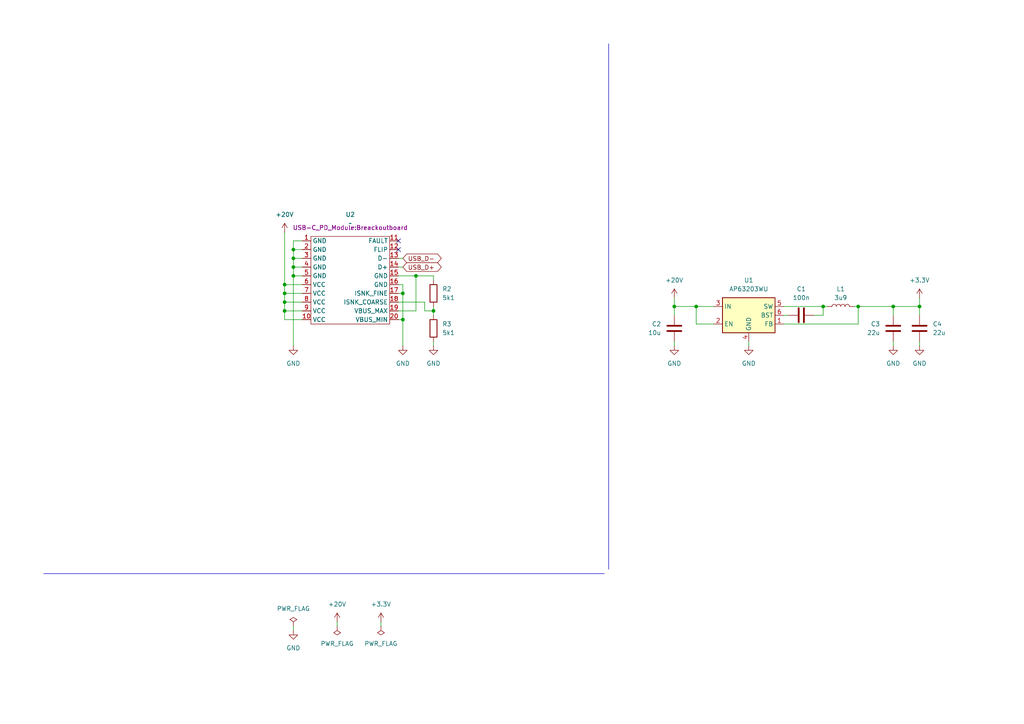
<source format=kicad_sch>
(kicad_sch (version 20231120) (generator "eeschema") (generator_version "8.0")
  (paper "A4")
  (title_block (title "Power supply") (date "2025-04-08") (rev "1.0") (comment 1 "Power supply input and conversion") (comment 2 "Min. USB-Voltage: 5V") (comment 3 "Max. USB-Voltage: 20V") (comment 4 "Min. Current: 3A"))
  (lib_symbols
    (symbol "Device:C" (pin_numbers hide) (pin_names (offset 0.254))
      (property "Reference" "C" (at 0.635 2.54 0))
      (property "Value" "C" (at 0.635 -2.54 0))
      (symbol "C_0_1"
        (polyline (pts (xy -2.032 -0.762) (xy 2.032 -0.762)) (stroke (width 0.508)))
        (polyline (pts (xy -2.032 0.762) (xy 2.032 0.762)) (stroke (width 0.508)))
      )
      (symbol "C_1_1"
        (pin passive line (at 0 3.81 270) (length 2.794) (name "~") (number "1"))
        (pin passive line (at 0 -3.81 90) (length 2.794) (name "~") (number "2"))
      )
    )
    (symbol "Device:L" (pin_numbers hide) (pin_names (offset 1.016) hide)
      (property "Reference" "L" (at -1.27 0 90))
      (property "Value" "L" (at 1.905 0 90))
      (symbol "L_0_1"
        (arc (start 0 -2.54) (mid 0.6323 -1.905) (end 0 -1.27))
        (arc (start 0 -1.27) (mid 0.6323 -0.635) (end 0 0))
        (arc (start 0 0) (mid 0.6323 0.635) (end 0 1.27))
        (arc (start 0 1.27) (mid 0.6323 1.905) (end 0 2.54))
      )
      (symbol "L_1_1"
        (pin passive line (at 0 3.81 270) (length 1.27) (name "1") (number "1"))
        (pin passive line (at 0 -3.81 90) (length 1.27) (name "2") (number "2"))
      )
    )
    (symbol "Device:R" (pin_numbers hide) (pin_names (offset 0))
      (property "Reference" "R" (at 2.032 0 90))
      (property "Value" "R" (at 0 0 90))
      (symbol "R_0_1"
        (rectangle (start -1.016 -2.54) (end 1.016 2.54) (stroke (width 0.254)))
      )
      (symbol "R_1_1"
        (pin passive line (at 0 3.81 270) (length 1.27) (name "~") (number "1"))
        (pin passive line (at 0 -3.81 90) (length 1.27) (name "~") (number "2"))
      )
    )
    (symbol "Regulator_Switching:AP63203WU"
      (property "Reference" "U" (at -7.62 6.35 0))
      (property "Value" "AP63203WU" (at 2.54 6.35 0))
      (symbol "AP63203WU_0_1"
        (rectangle (start -7.62 5.08) (end 7.62 -5.08) (stroke (width 0.254)) (fill (type background)))
      )
      (symbol "AP63203WU_1_1"
        (pin input line (at 10.16 -2.54 180) (length 2.54) (name "FB") (number "1"))
        (pin input line (at -10.16 -2.54 0) (length 2.54) (name "EN") (number "2"))
        (pin power_in line (at -10.16 2.54 0) (length 2.54) (name "IN") (number "3"))
        (pin power_in line (at 0 -7.62 90) (length 2.54) (name "GND") (number "4"))
        (pin output line (at 10.16 2.54 180) (length 2.54) (name "SW") (number "5"))
        (pin passive line (at 10.16 0 180) (length 2.54) (name "BST") (number "6"))
      )
    )
    (symbol "USB-C_PD_Module:Breakoutboard"
      (property "Reference" "U" (at 0 0 0))
      (property "Footprint" "USBC:Breackoutboard" (at -1.778 -0.254 90))
      (symbol "Breakoutboard_0_1"
        (rectangle (start -8.89 12.7) (end 13.97 -12.7))
      )
      (symbol "Breakoutboard_1_1"
        (pin input line (at -11.43 11.43 0) (length 2.54) (name "GND") (number "1"))
        (pin input line (at -11.43 -11.43 0) (length 2.54) (name "VCC") (number "10"))
        (pin input line (at 16.51 11.43 180) (length 2.54) (name "FAULT") (number "11"))
        (pin input line (at 16.51 8.89 180) (length 2.54) (name "FLIP") (number "12"))
        (pin input line (at 16.51 6.35 180) (length 2.54) (name "D-") (number "13"))
        (pin input line (at 16.51 3.81 180) (length 2.54) (name "D+") (number "14"))
        (pin input line (at 16.51 1.27 180) (length 2.54) (name "GND") (number "15"))
        (pin input line (at 16.51 -1.27 180) (length 2.54) (name "GND") (number "16"))
        (pin input line (at 16.51 -3.81 180) (length 2.54) (name "ISNK_FINE") (number "17"))
        (pin input line (at 16.51 -6.35 180) (length 2.54) (name "ISNK_COARSE") (number "18"))
        (pin input line (at 16.51 -8.89 180) (length 2.54) (name "VBUS_MAX") (number "19"))
        (pin input line (at -11.43 8.89 0) (length 2.54) (name "GND") (number "2"))
        (pin input line (at 16.51 -11.43 180) (length 2.54) (name "VBUS_MIN") (number "20"))
        (pin input line (at -11.43 6.35 0) (length 2.54) (name "GND") (number "3"))
        (pin input line (at -11.43 3.81 0) (length 2.54) (name "GND") (number "4"))
        (pin input line (at -11.43 1.27 0) (length 2.54) (name "GND") (number "5"))
        (pin input line (at -11.43 -1.27 0) (length 2.54) (name "VCC") (number "6"))
        (pin input line (at -11.43 -3.81 0) (length 2.54) (name "VCC") (number "7"))
        (pin input line (at -11.43 -6.35 0) (length 2.54) (name "VCC") (number "8"))
        (pin input line (at -11.43 -8.89 0) (length 2.54) (name "VCC") (number "9"))
      )
    )
    (symbol "power:+24V" (power) (pin_numbers hide) (pin_names (offset 0) hide)
      (property "Value" "+24V" (at 0 3.556 0))
      (symbol "+24V_0_1"
        (polyline (pts (xy -0.762 1.27) (xy 0 2.54)))
        (polyline (pts (xy 0 0) (xy 0 2.54)))
        (polyline (pts (xy 0 2.54) (xy 0.762 1.27)))
      )
      (symbol "+24V_1_1"
        (pin power_in line (at 0 0 90) (length 0) (name "~") (number "1"))
      )
    )
    (symbol "power:+3.3V" (power) (pin_numbers hide) (pin_names (offset 0) hide)
      (property "Value" "+3.3V" (at 0 3.556 0))
      (symbol "+3.3V_0_1"
        (polyline (pts (xy -0.762 1.27) (xy 0 2.54)))
        (polyline (pts (xy 0 0) (xy 0 2.54)))
        (polyline (pts (xy 0 2.54) (xy 0.762 1.27)))
      )
      (symbol "+3.3V_1_1"
        (pin power_in line (at 0 0 90) (length 0) (name "~") (number "1"))
      )
    )
    (symbol "power:GND" (power) (pin_numbers hide) (pin_names (offset 0) hide)
      (property "Value" "GND" (at 0 -3.81 0))
      (symbol "GND_0_1"
        (polyline (pts (xy 0 0) (xy 0 -1.27) (xy 1.27 -1.27) (xy 0 -2.54) (xy -1.27 -1.27) (xy 0 -1.27)))
      )
      (symbol "GND_1_1"
        (pin power_in line (at 0 0 270) (length 0) (name "~") (number "1"))
      )
    )
    (symbol "power:PWR_FLAG" (power) (pin_numbers hide) (pin_names (offset 0) hide)
      (property "Value" "PWR_FLAG" (at 0 3.81 0))
      (symbol "PWR_FLAG_0_0"
        (pin power_out line (at 0 0 90) (length 0) (name "~") (number "1"))
      )
      (symbol "PWR_FLAG_0_1"
        (polyline (pts (xy 0 0) (xy 0 1.27) (xy -1.016 1.905) (xy 0 2.54) (xy 1.016 1.905) (xy 0 1.27)))
      )
    )
    (symbol "power:VCC" (power) (pin_numbers hide) (pin_names (offset 0) hide)
      (property "Value" "VCC" (at 0 3.556 0))
      (symbol "VCC_0_1"
        (polyline (pts (xy -0.762 1.27) (xy 0 2.54)))
        (polyline (pts (xy 0 0) (xy 0 2.54)))
        (polyline (pts (xy 0 2.54) (xy 0.762 1.27)))
      )
      (symbol "VCC_1_1"
        (pin power_in line (at 0 0 90) (length 0) (name "~") (number "1"))
      )
    )
  )
  (junction (at 266.7 88.9))
  (junction (at 259.08 88.9))
  (junction (at 201.93 88.9))
  (junction (at 82.55 85.09))
  (junction (at 248.92 88.9))
  (junction (at 82.55 87.63))
  (junction (at 116.84 92.71))
  (junction (at 85.09 74.93))
  (junction (at 195.58 88.9))
  (junction (at 85.09 80.01))
  (junction (at 82.55 90.17))
  (junction (at 85.09 72.39))
  (junction (at 85.09 77.47))
  (junction (at 238.76 88.9))
  (junction (at 125.73 90.17))
  (junction (at 120.65 80.01))
  (junction (at 116.84 85.09))
  (junction (at 82.55 82.55))
  (no_connect (at 115.57 69.85))
  (no_connect (at 115.57 72.39))
  (wire (pts (xy 195.58 99.06) (xy 195.58 100.33)))
  (wire (pts (xy 259.08 88.9) (xy 266.7 88.9)))
  (wire (pts (xy 82.55 85.09) (xy 82.55 87.63)))
  (wire (pts (xy 115.57 90.17) (xy 120.65 90.17)))
  (wire (pts (xy 116.84 92.71) (xy 116.84 100.33)))
  (wire (pts (xy 120.65 80.01) (xy 125.73 80.01)))
  (wire (pts (xy 227.33 91.44) (xy 228.6 91.44)))
  (wire (pts (xy 236.22 91.44) (xy 238.76 91.44)))
  (wire (pts (xy 266.7 88.9) (xy 266.7 91.44)))
  (wire (pts (xy 247.65 88.9) (xy 248.92 88.9)))
  (wire (pts (xy 125.73 99.06) (xy 125.73 100.33)))
  (wire (pts (xy 85.09 77.47) (xy 87.63 77.47)))
  (wire (pts (xy 115.57 92.71) (xy 116.84 92.71)))
  (wire (pts (xy 195.58 88.9) (xy 201.93 88.9)))
  (wire (pts (xy 115.57 87.63) (xy 123.19 87.63)))
  (wire (pts (xy 115.57 77.47) (xy 116.84 77.47)))
  (polyline (pts (xy 12.7 166.37) (xy 175.26 166.37)))
  (wire (pts (xy 195.58 86.36) (xy 195.58 88.9)))
  (wire (pts (xy 248.92 88.9) (xy 259.08 88.9)))
  (wire (pts (xy 227.33 88.9) (xy 238.76 88.9)))
  (wire (pts (xy 217.17 99.06) (xy 217.17 100.33)))
  (wire (pts (xy 259.08 88.9) (xy 259.08 91.44)))
  (wire (pts (xy 201.93 88.9) (xy 207.01 88.9)))
  (wire (pts (xy 97.79 180.34) (xy 97.79 181.61)))
  (wire (pts (xy 125.73 90.17) (xy 125.73 91.44)))
  (wire (pts (xy 123.19 87.63) (xy 123.19 90.17)))
  (wire (pts (xy 207.01 93.98) (xy 201.93 93.98)))
  (wire (pts (xy 82.55 67.31) (xy 82.55 82.55)))
  (wire (pts (xy 82.55 82.55) (xy 87.63 82.55)))
  (wire (pts (xy 125.73 88.9) (xy 125.73 90.17)))
  (wire (pts (xy 87.63 69.85) (xy 85.09 69.85)))
  (wire (pts (xy 115.57 74.93) (xy 116.84 74.93)))
  (wire (pts (xy 115.57 85.09) (xy 116.84 85.09)))
  (wire (pts (xy 238.76 91.44) (xy 238.76 88.9)))
  (wire (pts (xy 201.93 93.98) (xy 201.93 88.9)))
  (wire (pts (xy 85.09 72.39) (xy 85.09 74.93)))
  (wire (pts (xy 259.08 99.06) (xy 259.08 100.33)))
  (wire (pts (xy 85.09 80.01) (xy 87.63 80.01)))
  (wire (pts (xy 120.65 90.17) (xy 120.65 80.01)))
  (wire (pts (xy 195.58 88.9) (xy 195.58 91.44)))
  (wire (pts (xy 110.49 180.34) (xy 110.49 181.61)))
  (wire (pts (xy 116.84 82.55) (xy 116.84 85.09)))
  (wire (pts (xy 115.57 82.55) (xy 116.84 82.55)))
  (wire (pts (xy 116.84 85.09) (xy 116.84 92.71)))
  (wire (pts (xy 125.73 80.01) (xy 125.73 81.28)))
  (wire (pts (xy 85.09 77.47) (xy 85.09 80.01)))
  (wire (pts (xy 82.55 87.63) (xy 82.55 90.17)))
  (wire (pts (xy 266.7 99.06) (xy 266.7 100.33)))
  (wire (pts (xy 85.09 69.85) (xy 85.09 72.39)))
  (wire (pts (xy 82.55 90.17) (xy 82.55 92.71)))
  (wire (pts (xy 82.55 85.09) (xy 87.63 85.09)))
  (wire (pts (xy 238.76 88.9) (xy 240.03 88.9)))
  (wire (pts (xy 115.57 80.01) (xy 120.65 80.01)))
  (wire (pts (xy 123.19 90.17) (xy 125.73 90.17)))
  (wire (pts (xy 82.55 92.71) (xy 87.63 92.71)))
  (wire (pts (xy 85.09 72.39) (xy 87.63 72.39)))
  (wire (pts (xy 82.55 82.55) (xy 82.55 85.09)))
  (wire (pts (xy 85.09 74.93) (xy 85.09 77.47)))
  (wire (pts (xy 82.55 87.63) (xy 87.63 87.63)))
  (wire (pts (xy 82.55 90.17) (xy 87.63 90.17)))
  (wire (pts (xy 85.09 80.01) (xy 85.09 100.33)))
  (wire (pts (xy 85.09 74.93) (xy 87.63 74.93)))
  (wire (pts (xy 227.33 93.98) (xy 248.92 93.98)))
  (wire (pts (xy 85.09 181.61) (xy 85.09 182.88)))
  (wire (pts (xy 248.92 93.98) (xy 248.92 88.9)))
  (wire (pts (xy 266.7 86.36) (xy 266.7 88.9)))
  (polyline (pts (xy 176.53 12.7) (xy 176.53 165.1)))
  (global_label "USB_D-" (shape bidirectional) (at 116.84 74.93 0) (property "Intersheetrefs" "${INTERSHEET_REFS}" (effects (hide yes))))
  (global_label "USB_D+" (shape bidirectional) (at 116.84 77.47 0) (property "Intersheetrefs" "${INTERSHEET_REFS}" (effects (hide yes))))
  (symbol (lib_id "power:VCC") (at 195.58 86.36 0) (unit 1)
    (property "Reference" "#PWR03" (effects (hide yes)))
    (property "Value" "+20V" (at 195.58 81.28 0))
    (property "Description" "Power symbol creates a global label with name \"VCC\"" (effects (hide yes)))
  )
  (symbol (lib_id "power:GND") (at 259.08 100.33 0) (unit 1)
    (property "Reference" "#PWR07" (effects (hide yes)))
    (property "Value" "GND" (at 259.08 105.41 0))
    (property "Description" "Power symbol creates a global label with name \"GND\" , ground" (effects (hide yes)))
  )
  (symbol (lib_id "power:GND") (at 85.09 182.88 0) (unit 1)
    (property "Reference" "#PWR01" (effects (hide yes)))
    (property "Value" "GND" (at 85.09 187.96 0))
    (property "Description" "Power symbol creates a global label with name \"GND\" , ground" (effects (hide yes)))
  )
  (symbol (lib_id "power:PWR_FLAG") (at 97.79 181.61 180) (unit 1)
    (property "Reference" "#FLG02" (effects (hide yes)))
    (property "Value" "PWR_FLAG" (at 97.79 186.69 0))
    (property "Description" "Special symbol for telling ERC where power comes from" (effects (hide yes)))
  )
  (symbol (lib_id "Device:R") (at 125.73 85.09 0) (unit 1)
    (property "Reference" "R2" (at 128.27 83.8199 0) (effects (justify left)))
    (property "Value" "5k1" (at 128.27 86.3599 0) (effects (justify left)))
    (property "Footprint" "Resistor_SMD:R_0805_2012Metric" (effects (hide yes)))
    (property "Description" "Resistor" (effects (hide yes)))
  )
  (symbol (lib_id "power:PWR_FLAG") (at 110.49 181.61 180) (unit 1)
    (property "Reference" "#FLG03" (effects (hide yes)))
    (property "Value" "PWR_FLAG" (at 110.49 186.69 0))
    (property "Description" "Special symbol for telling ERC where power comes from" (effects (hide yes)))
  )
  (symbol (lib_id "power:GND") (at 266.7 100.33 0) (unit 1)
    (property "Reference" "#PWR08" (effects (hide yes)))
    (property "Value" "GND" (at 266.7 105.41 0))
    (property "Description" "Power symbol creates a global label with name \"GND\" , ground" (effects (hide yes)))
  )
  (symbol (lib_id "Device:R") (at 125.73 95.25 0) (unit 1)
    (property "Reference" "R3" (at 128.27 93.9799 0) (effects (justify left)))
    (property "Value" "5k1" (at 128.27 96.5199 0) (effects (justify left)))
    (property "Footprint" "Resistor_SMD:R_0805_2012Metric" (effects (hide yes)))
    (property "Description" "Resistor" (effects (hide yes)))
  )
  (symbol (lib_id "Device:L") (at 243.84 88.9 90) (unit 1)
    (property "Reference" "L1" (at 243.84 83.82 90))
    (property "Value" "3u9" (at 243.84 86.36 90))
    (property "Footprint" "Inductor_SMD_Wurth:L_Wurth_WE-LQSH-4020" (effects (hide yes)))
    (property "Description" "Inductor" (effects (hide yes)))
  )
  (symbol (lib_id "Device:C") (at 259.08 95.25 0) (mirror y) (unit 1)
    (property "Reference" "C3" (at 255.27 93.9799 0) (effects (justify left)))
    (property "Value" "22u" (at 255.27 96.5199 0) (effects (justify left)))
    (property "Footprint" "Capacitor_SMD:C_0805_2012Metric" (effects (hide yes)))
    (property "Description" "Unpolarized capacitor" (effects (hide yes)))
  )
  (symbol (lib_id "Regulator_Switching:AP63203WU") (at 217.17 91.44 0) (unit 1)
    (property "Reference" "U1" (at 217.17 81.28 0))
    (property "Value" "AP63203WU" (at 217.17 83.82 0))
    (property "Footprint" "Package_TO_SOT_SMD:TSOT-23-6" (effects (hide yes)))
    (property "Datasheet" "https://www.diodes.com/assets/Datasheets/AP63200-AP63201-AP63203-AP63205.pdf" (effects (hide yes)))
    (property "Description" "2A, 1.1MHz Buck DC/DC Converter, fixed 3.3V output voltage, TSOT-23-6" (effects (hide yes)))
  )
  (symbol (lib_id "power:+3.3V") (at 266.7 86.36 0) (unit 1)
    (property "Reference" "#PWR04" (effects (hide yes)))
    (property "Value" "+3.3V" (at 266.7 81.28 0))
    (property "Description" "Power symbol creates a global label with name \"+3.3V\"" (effects (hide yes)))
  )
  (symbol (lib_id "power:GND") (at 116.84 100.33 0) (unit 1)
    (property "Reference" "#PWR010" (effects (hide yes)))
    (property "Value" "GND" (at 116.84 105.41 0))
    (property "Description" "Power symbol creates a global label with name \"GND\" , ground" (effects (hide yes)))
  )
  (symbol (lib_id "power:GND") (at 125.73 100.33 0) (unit 1)
    (property "Reference" "#PWR044" (effects (hide yes)))
    (property "Value" "GND" (at 125.73 105.41 0))
    (property "Description" "Power symbol creates a global label with name \"GND\" , ground" (effects (hide yes)))
  )
  (symbol (lib_id "power:VCC") (at 97.79 180.34 0) (unit 1)
    (property "Reference" "#PWR045" (effects (hide yes)))
    (property "Value" "+20V" (at 97.79 175.26 0))
    (property "Description" "Power symbol creates a global label with name \"VCC\"" (effects (hide yes)))
  )
  (symbol (lib_id "power:GND") (at 195.58 100.33 0) (unit 1)
    (property "Reference" "#PWR05" (effects (hide yes)))
    (property "Value" "GND" (at 195.58 105.41 0))
    (property "Description" "Power symbol creates a global label with name \"GND\" , ground" (effects (hide yes)))
  )
  (symbol (lib_id "power:+3.3V") (at 110.49 180.34 0) (unit 1)
    (property "Reference" "#PWR046" (effects (hide yes)))
    (property "Value" "+3.3V" (at 110.49 175.26 0))
    (property "Description" "Power symbol creates a global label with name \"+3.3V\"" (effects (hide yes)))
  )
  (symbol (lib_id "USB-C_PD_Module:Breakoutboard") (at 99.06 81.28 0) (unit 1)
    (property "Reference" "U2" (at 101.6 62.23 0))
    (property "Value" "~" (at 101.6 64.77 0))
    (property "Footprint" "USB-C_PD_Module:Breackoutboard" (at 101.6 66.04 0))
  )
  (symbol (lib_id "Device:C") (at 266.7 95.25 0) (unit 1)
    (property "Reference" "C4" (at 270.51 93.9799 0) (effects (justify left)))
    (property "Value" "22u" (at 270.51 96.5199 0) (effects (justify left)))
    (property "Footprint" "Capacitor_SMD:C_0805_2012Metric" (effects (hide yes)))
    (property "Description" "Unpolarized capacitor" (effects (hide yes)))
  )
  (symbol (lib_id "Device:C") (at 232.41 91.44 270) (mirror x) (unit 1)
    (property "Reference" "C1" (at 232.41 83.82 90))
    (property "Value" "100n" (at 232.41 86.36 90))
    (property "Footprint" "Capacitor_SMD:C_0805_2012Metric" (effects (hide yes)))
    (property "Description" "Unpolarized capacitor" (effects (hide yes)))
  )
  (symbol (lib_id "power:PWR_FLAG") (at 85.09 181.61 0) (unit 1)
    (property "Reference" "#FLG01" (effects (hide yes)))
    (property "Value" "PWR_FLAG" (at 85.09 176.53 0))
    (property "Description" "Special symbol for telling ERC where power comes from" (effects (hide yes)))
  )
  (symbol (lib_id "power:+24V") (at 82.55 67.31 0) (unit 1)
    (property "Reference" "#PWR02" (effects (hide yes)))
    (property "Value" "+20V" (at 82.55 62.23 0))
    (property "Description" "Power symbol creates a global label with name \"+24V\"" (effects (hide yes)))
  )
  (symbol (lib_id "power:GND") (at 217.17 100.33 0) (unit 1)
    (property "Reference" "#PWR06" (effects (hide yes)))
    (property "Value" "GND" (at 217.17 105.41 0))
    (property "Description" "Power symbol creates a global label with name \"GND\" , ground" (effects (hide yes)))
  )
  (symbol (lib_id "Device:C") (at 195.58 95.25 0) (mirror y) (unit 1)
    (property "Reference" "C2" (at 191.77 93.9799 0) (effects (justify left)))
    (property "Value" "10u" (at 191.77 96.5199 0) (effects (justify left)))
    (property "Footprint" "Capacitor_SMD:C_0805_2012Metric" (effects (hide yes)))
    (property "Description" "Unpolarized capacitor" (effects (hide yes)))
  )
  (symbol (lib_id "power:GND") (at 85.09 100.33 0) (unit 1)
    (property "Reference" "#PWR09" (effects (hide yes)))
    (property "Value" "GND" (at 85.09 105.41 0))
    (property "Description" "Power symbol creates a global label with name \"GND\" , ground" (effects (hide yes)))
  )
)
</source>
